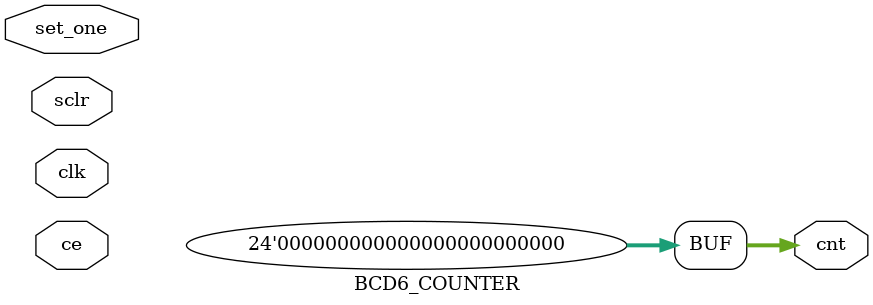
<source format=v>
module BCD_PART_COUNTER
#(
    parameter W   = 4,
    parameter MAX = 9
)
(
    input clk,
    input sclr,
    input ce,
    input set_one,

    output reg [W-1 : 0] cnt = 0,
    output wire ceo
);

assign ceo = ce && ( cnt == MAX );

always @(posedge clk) begin
    if(ce) begin
        if (set_one) begin
            cnt <= {{(W-1){1'd0}}, 1'd1};
        end else if(cnt == MAX || sclr) begin
            cnt <= 0;
        end else begin
            cnt <= cnt + 1'd1;
        end
    end
end
endmodule


module BCD6_COUNTER
(
    input wire clk,
    input wire ce,
    input wire sclr,
    input wire set_one,

    output reg [6*4-1 : 0] cnt = 0
);

    wire [4:0] cnt_ce;

    BCD_PART_COUNTER cnt0( .clk(clk), .sclr(sclr),           .set_one(set_one), .ce(ce),        .cnt(cnt[ 3: 0]), .ceo(cnt_ce[0]));
    BCD_PART_COUNTER cnt1( .clk(clk), .sclr(sclr | set_one), .set_one(1'd0),    .ce(cnt_ce[0]), .cnt(cnt[ 7: 4]), .ceo(cnt_ce[1]));
    BCD_PART_COUNTER cnt2( .clk(clk), .sclr(sclr | set_one), .set_one(1'd0),    .ce(cnt_ce[1]), .cnt(cnt[11: 8]), .ceo(cnt_ce[2]));
    BCD_PART_COUNTER cnt3( .clk(clk), .sclr(sclr | set_one), .set_one(1'd0),    .ce(cnt_ce[2]), .cnt(cnt[15:12]), .ceo(cnt_ce[3]));
    BCD_PART_COUNTER cnt4( .clk(clk), .sclr(sclr | set_one), .set_one(1'd0),    .ce(cnt_ce[3]), .cnt(cnt[19:16]), .ceo(cnt_ce[4]));
    BCD_PART_COUNTER cnt5( .clk(clk), .sclr(sclr | set_one), .set_one(1'd0),    .ce(cnt_ce[4]), .cnt(cnt[23:20])                 );


endmodule
</source>
